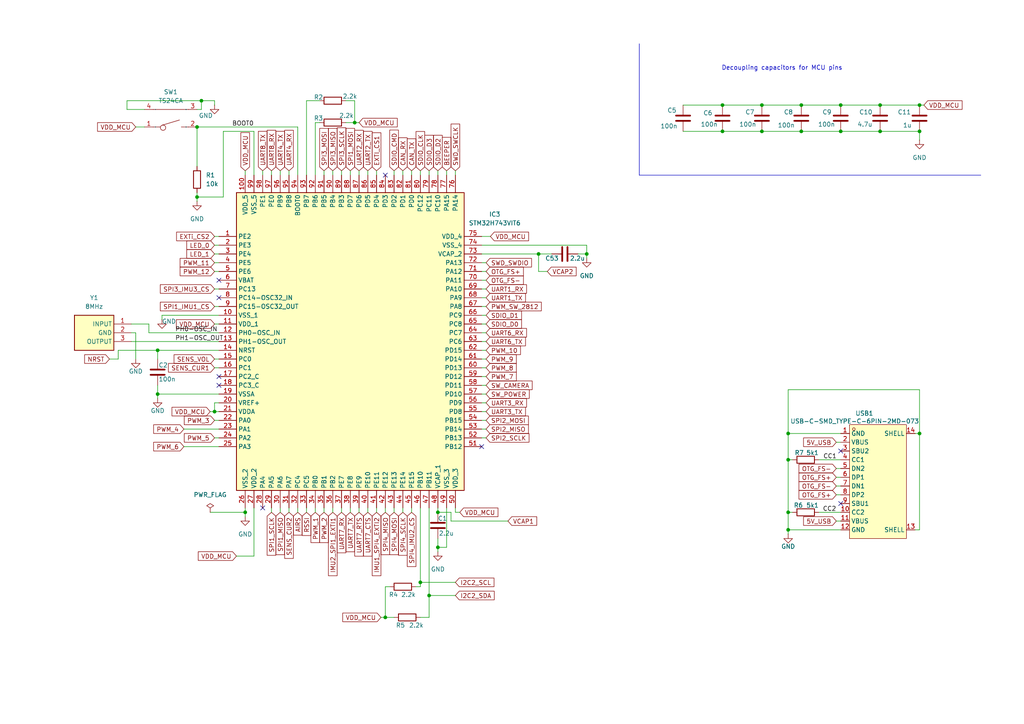
<source format=kicad_sch>
(kicad_sch (version 20250114) (generator "eeschema") (generator_version "9.0")
  (paper "A4")
  (lib_symbols
    (symbol "Device:C" (pin_numbers (hide yes)) (pin_names (offset 0.254))
      (property "Reference" "C" (at 0.635 2.54 0))
      (property "Value" "C" (at 0.635 -2.54 0))
      (symbol "C_0_1"
        (polyline (pts (xy -2.032 0.762) (xy 2.032 0.762)) (stroke (width 0.508)))
        (polyline (pts (xy -2.032 -0.762) (xy 2.032 -0.762)) (stroke (width 0.508)))
      )
      (symbol "C_1_1"
        (pin passive line (at 0 3.81 270) (length 2.794) (name "~") (number "1"))
        (pin passive line (at 0 -3.81 90) (length 2.794) (name "~") (number "2"))
      )
    )
    (symbol "Device:R" (pin_numbers (hide yes)) (pin_names (offset 0))
      (property "Reference" "R" (at 2.032 0 90))
      (property "Value" "R" (at 0 0 90))
      (symbol "R_0_1"
        (rectangle (start -1.016 -2.54) (end 1.016 2.54) (stroke (width 0.254)))
      )
      (symbol "R_1_1"
        (pin passive line (at 0 3.81 270) (length 1.27) (name "~") (number "1"))
        (pin passive line (at 0 -3.81 90) (length 1.27) (name "~") (number "2"))
      )
    )
    (symbol "fclib:CSTNE8M00G55Z000R0"
      (property "Reference" "Y1" (at 12.7 -10.922 0))
      (property "Value" "8MHz" (at 12.7 -8.89 0))
      (symbol "CSTNE8M00G55Z000R0_1_1"
        (rectangle (start 5.08 2.54) (end 16.51 -7.62) (stroke (width 0.254)) (fill (type background)))
        (pin passive line (at 0 0 0) (length 5.08) (name "OUTPUT") (number "3"))
        (pin passive line (at 0 -2.54 0) (length 5.08) (name "GND") (number "2"))
        (pin passive line (at 0 -5.08 0) (length 5.08) (name "INPUT") (number "1"))
      )
    )
    (symbol "fclib:STM32H743VIT6"
      (property "Reference" "IC" (at 72.39 17.78 0))
      (property "Value" "STM32H743VIT6" (at 72.39 15.24 0))
      (symbol "STM32H743VIT6_1_1"
        (rectangle (start 5.08 12.7) (end 71.12 -73.66) (stroke (width 0.254)) (fill (type background)))
        (pin passive line (at 0 0 0) (length 5.08) (name "PE2") (number "1"))
        (pin passive line (at 0 -2.54 0) (length 5.08) (name "PE3") (number "2"))
        (pin passive line (at 0 -5.08 0) (length 5.08) (name "PE4") (number "3"))
        (pin passive line (at 0 -7.62 0) (length 5.08) (name "PE5") (number "4"))
        (pin passive line (at 0 -10.16 0) (length 5.08) (name "PE6") (number "5"))
        (pin passive line (at 0 -12.7 0) (length 5.08) (name "VBAT") (number "6"))
        (pin passive line (at 0 -15.24 0) (length 5.08) (name "PC13") (number "7"))
        (pin passive line (at 0 -17.78 0) (length 5.08) (name "PC14-OSC32_IN") (number "8"))
        (pin passive line (at 0 -20.32 0) (length 5.08) (name "PC15-OSC32_OUT") (number "9"))
        (pin passive line (at 0 -22.86 0) (length 5.08) (name "VSS_1") (number "10"))
        (pin passive line (at 0 -25.4 0) (length 5.08) (name "VDD_1") (number "11"))
        (pin passive line (at 0 -27.94 0) (length 5.08) (name "PH0-OSC_IN") (number "12"))
        (pin passive line (at 0 -30.48 0) (length 5.08) (name "PH1-OSC_OUT") (number "13"))
        (pin passive line (at 0 -33.02 0) (length 5.08) (name "NRST") (number "14"))
        (pin passive line (at 0 -35.56 0) (length 5.08) (name "PC0") (number "15"))
        (pin passive line (at 0 -38.1 0) (length 5.08) (name "PC1") (number "16"))
        (pin passive line (at 0 -40.64 0) (length 5.08) (name "PC2_C") (number "17"))
        (pin passive line (at 0 -43.18 0) (length 5.08) (name "PC3_C") (number "18"))
        (pin passive line (at 0 -45.72 0) (length 5.08) (name "VSSA") (number "19"))
        (pin passive line (at 0 -48.26 0) (length 5.08) (name "VREF+") (number "20"))
        (pin passive line (at 0 -50.8 0) (length 5.08) (name "VDDA") (number "21"))
        (pin passive line (at 0 -53.34 0) (length 5.08) (name "PA0") (number "22"))
        (pin passive line (at 0 -55.88 0) (length 5.08) (name "PA1") (number "23"))
        (pin passive line (at 0 -58.42 0) (length 5.08) (name "PA2") (number "24"))
        (pin passive line (at 0 -60.96 0) (length 5.08) (name "PA3") (number "25"))
        (pin passive line (at 7.62 17.78 270) (length 5.08) (name "VDD_5") (number "100"))
        (pin passive line (at 7.62 -78.74 90) (length 5.08) (name "VSS_2") (number "26"))
        (pin passive line (at 10.16 17.78 270) (length 5.08) (name "VSS_5") (number "99"))
        (pin passive line (at 10.16 -78.74 90) (length 5.08) (name "VDD_2") (number "27"))
        (pin passive line (at 12.7 17.78 270) (length 5.08) (name "PE1") (number "98"))
        (pin passive line (at 12.7 -78.74 90) (length 5.08) (name "PA4") (number "28"))
        (pin passive line (at 15.24 17.78 270) (length 5.08) (name "PE0") (number "97"))
        (pin passive line (at 15.24 -78.74 90) (length 5.08) (name "PA5") (number "29"))
        (pin passive line (at 17.78 17.78 270) (length 5.08) (name "PB9") (number "96"))
        (pin passive line (at 17.78 -78.74 90) (length 5.08) (name "PA6") (number "30"))
        (pin passive line (at 20.32 17.78 270) (length 5.08) (name "PB8") (number "95"))
        (pin passive line (at 20.32 -78.74 90) (length 5.08) (name "PA7") (number "31"))
        (pin passive line (at 22.86 17.78 270) (length 5.08) (name "BOOT0") (number "94"))
        (pin passive line (at 22.86 -78.74 90) (length 5.08) (name "PC4") (number "32"))
        (pin passive line (at 25.4 17.78 270) (length 5.08) (name "PB7") (number "93"))
        (pin passive line (at 25.4 -78.74 90) (length 5.08) (name "PC5") (number "33"))
        (pin passive line (at 27.94 17.78 270) (length 5.08) (name "PB6") (number "92"))
        (pin passive line (at 27.94 -78.74 90) (length 5.08) (name "PB0") (number "34"))
        (pin passive line (at 30.48 17.78 270) (length 5.08) (name "PB5") (number "91"))
        (pin passive line (at 30.48 -78.74 90) (length 5.08) (name "PB1") (number "35"))
        (pin passive line (at 33.02 17.78 270) (length 5.08) (name "PB4") (number "90"))
        (pin passive line (at 33.02 -78.74 90) (length 5.08) (name "PB2") (number "36"))
        (pin passive line (at 35.56 17.78 270) (length 5.08) (name "PB3") (number "89"))
        (pin passive line (at 35.56 -78.74 90) (length 5.08) (name "PE7") (number "37"))
        (pin passive line (at 38.1 17.78 270) (length 5.08) (name "PD7") (number "88"))
        (pin passive line (at 38.1 -78.74 90) (length 5.08) (name "PE8") (number "38"))
        (pin passive line (at 40.64 17.78 270) (length 5.08) (name "PD6") (number "87"))
        (pin passive line (at 40.64 -78.74 90) (length 5.08) (name "PE9") (number "39"))
        (pin passive line (at 43.18 17.78 270) (length 5.08) (name "PD5") (number "86"))
        (pin passive line (at 43.18 -78.74 90) (length 5.08) (name "PE10") (number "40"))
        (pin passive line (at 45.72 17.78 270) (length 5.08) (name "PD4") (number "85"))
        (pin passive line (at 45.72 -78.74 90) (length 5.08) (name "PE11") (number "41"))
        (pin passive line (at 48.26 17.78 270) (length 5.08) (name "PD3") (number "84"))
        (pin passive line (at 48.26 -78.74 90) (length 5.08) (name "PE12") (number "42"))
        (pin passive line (at 50.8 17.78 270) (length 5.08) (name "PD2") (number "83"))
        (pin passive line (at 50.8 -78.74 90) (length 5.08) (name "PE13") (number "43"))
        (pin passive line (at 53.34 17.78 270) (length 5.08) (name "PD1") (number "82"))
        (pin passive line (at 53.34 -78.74 90) (length 5.08) (name "PE14") (number "44"))
        (pin passive line (at 55.88 17.78 270) (length 5.08) (name "PD0") (number "81"))
        (pin passive line (at 55.88 -78.74 90) (length 5.08) (name "PE15") (number "45"))
        (pin passive line (at 58.42 17.78 270) (length 5.08) (name "PC12") (number "80"))
        (pin passive line (at 58.42 -78.74 90) (length 5.08) (name "PB10") (number "46"))
        (pin passive line (at 60.96 17.78 270) (length 5.08) (name "PC11") (number "79"))
        (pin passive line (at 60.96 -78.74 90) (length 5.08) (name "PB11") (number "47"))
        (pin passive line (at 63.5 17.78 270) (length 5.08) (name "PC10") (number "78"))
        (pin passive line (at 63.5 -78.74 90) (length 5.08) (name "VCAP_1") (number "48"))
        (pin passive line (at 66.04 17.78 270) (length 5.08) (name "PA15") (number "77"))
        (pin passive line (at 66.04 -78.74 90) (length 5.08) (name "VSS_3") (number "49"))
        (pin passive line (at 68.58 17.78 270) (length 5.08) (name "PA14") (number "76"))
        (pin passive line (at 68.58 -78.74 90) (length 5.08) (name "VDD_3") (number "50"))
        (pin passive line (at 76.2 0 180) (length 5.08) (name "VDD_4") (number "75"))
        (pin passive line (at 76.2 -2.54 180) (length 5.08) (name "VSS_4") (number "74"))
        (pin passive line (at 76.2 -5.08 180) (length 5.08) (name "VCAP_2") (number "73"))
        (pin passive line (at 76.2 -7.62 180) (length 5.08) (name "PA13") (number "72"))
        (pin passive line (at 76.2 -10.16 180) (length 5.08) (name "PA12") (number "71"))
        (pin passive line (at 76.2 -12.7 180) (length 5.08) (name "PA11") (number "70"))
        (pin passive line (at 76.2 -15.24 180) (length 5.08) (name "PA10") (number "69"))
        (pin passive line (at 76.2 -17.78 180) (length 5.08) (name "PA9") (number "68"))
        (pin passive line (at 76.2 -20.32 180) (length 5.08) (name "PA8") (number "67"))
        (pin passive line (at 76.2 -22.86 180) (length 5.08) (name "PC9") (number "66"))
        (pin passive line (at 76.2 -25.4 180) (length 5.08) (name "PC8") (number "65"))
        (pin passive line (at 76.2 -27.94 180) (length 5.08) (name "PC7") (number "64"))
        (pin passive line (at 76.2 -30.48 180) (length 5.08) (name "PC6") (number "63"))
        (pin passive line (at 76.2 -33.02 180) (length 5.08) (name "PD15") (number "62"))
        (pin passive line (at 76.2 -35.56 180) (length 5.08) (name "PD14") (number "61"))
        (pin passive line (at 76.2 -38.1 180) (length 5.08) (name "PD13") (number "60"))
        (pin passive line (at 76.2 -40.64 180) (length 5.08) (name "PD12") (number "59"))
        (pin passive line (at 76.2 -43.18 180) (length 5.08) (name "PD11") (number "58"))
        (pin passive line (at 76.2 -45.72 180) (length 5.08) (name "PD10") (number "57"))
        (pin passive line (at 76.2 -48.26 180) (length 5.08) (name "PD9") (number "56"))
        (pin passive line (at 76.2 -50.8 180) (length 5.08) (name "PD8") (number "55"))
        (pin passive line (at 76.2 -53.34 180) (length 5.08) (name "PB15") (number "54"))
        (pin passive line (at 76.2 -55.88 180) (length 5.08) (name "PB14") (number "53"))
        (pin passive line (at 76.2 -58.42 180) (length 5.08) (name "PB13") (number "52"))
        (pin passive line (at 76.2 -60.96 180) (length 5.08) (name "PB12") (number "51"))
      )
    )
    (symbol "fclib:TS24CA"
      (property "Reference" "SW1" (at 0.254 6.35 0))
      (property "Value" "TS24CA" (at -1.016 -4.572 0))
      (symbol "TS24CA_0_1"
        (circle (center -2.2352 -2.7432) (radius 0.762))
      )
      (symbol "TS24CA_1_0"
        (polyline (pts (xy -5.08 2.54) (xy 5.08 2.54)))
        (polyline (pts (xy -3.048 -2.54) (xy -5.08 -2.54)))
        (polyline (pts (xy -2.54 -2.032) (xy 2.54 -0.508) (xy 2.54 -0.508) (xy 2.54 -0.508)))
        (polyline (pts (xy 3.048 -2.54) (xy 5.08 -2.54)))
        (pin passive line (at -7.62 2.54 0) (length 2.54) (name "4") (number "4"))
        (pin passive line (at -7.62 -2.54 0) (length 2.54) (name "1") (number "1"))
        (pin passive line (at 7.62 2.54 180) (length 2.54) (name "3") (number "3"))
        (pin passive line (at 7.62 -2.54 180) (length 2.54) (name "2") (number "2"))
      )
    )
    (symbol "fclib:TYPE-C 16PIN 2MD(073)"
      (property "Reference" "USB" (at 0 0 0))
      (symbol "TYPE-C 16PIN 2MD(073)_1_0"
        (rectangle (start -8.89 16.51) (end 7.62 -16.51) (fill (type color) (color 255 255 194 1)))
        (circle (center -7.62 15.24) (radius 0.381))
        (pin passive line (at -11.43 13.97 0) (length 2.54) (name "GND") (number "1"))
        (pin bidirectional line (at -11.43 11.43 0) (length 2.54) (name "VBUS") (number "2"))
        (pin bidirectional line (at -11.43 8.89 0) (length 2.54) (name "SBU2") (number "3"))
        (pin bidirectional line (at -11.43 6.35 0) (length 2.54) (name "CC1") (number "4"))
        (pin bidirectional line (at -11.43 3.81 0) (length 2.54) (name "DN2") (number "5"))
        (pin bidirectional line (at -11.43 1.27 0) (length 2.54) (name "DP1") (number "6"))
        (pin bidirectional line (at -11.43 -1.27 0) (length 2.54) (name "DN1") (number "7"))
        (pin bidirectional line (at -11.43 -3.81 0) (length 2.54) (name "DP2") (number "8"))
        (pin bidirectional line (at -11.43 -6.35 0) (length 2.54) (name "SBU1") (number "9"))
        (pin bidirectional line (at -11.43 -8.89 0) (length 2.54) (name "CC2") (number "10"))
        (pin bidirectional line (at -11.43 -11.43 0) (length 2.54) (name "VBUS") (number "11"))
        (pin passive line (at -11.43 -13.97 0) (length 2.54) (name "GND") (number "12"))
        (pin passive line (at 10.16 13.97 180) (length 2.54) (name "SHELL") (number "14"))
        (pin passive line (at 10.16 -13.97 180) (length 2.54) (name "SHELL") (number "13"))
      )
    )
    (symbol "power:GND" (power) (pin_numbers (hide yes)) (pin_names (offset 0) (hide yes))
      (property "Value" "GND" (at 0 -3.81 0))
      (symbol "GND_0_1"
        (polyline (pts (xy 0 0) (xy 0 -1.27) (xy 1.27 -1.27) (xy 0 -2.54) (xy -1.27 -1.27) (xy 0 -1.27)))
      )
      (symbol "GND_1_1"
        (pin power_in line (at 0 0 270) (length 0) (name "~") (number "1"))
      )
    )
    (symbol "power:PWR_FLAG" (power) (pin_numbers (hide yes)) (pin_names (offset 0) (hide yes))
      (property "Value" "PWR_FLAG" (at 0 3.81 0))
      (symbol "PWR_FLAG_0_0"
        (pin power_out line (at 0 0 90) (length 0) (name "~") (number "1"))
      )
      (symbol "PWR_FLAG_0_1"
        (polyline (pts (xy 0 0) (xy 0 1.27) (xy -1.016 1.905) (xy 0 2.54) (xy 1.016 1.905) (xy 0 1.27)))
      )
    )
  )
  (text "Decoupling capacitors for MCU pins" (at 226.822 19.812 0) (effects (font (size 1.27 1.27))))
  (junction (at 71.12 148.59))
  (junction (at 127 148.59))
  (junction (at 209.55 30.48))
  (junction (at 124.46 172.72))
  (junction (at 232.41 30.48))
  (junction (at 228.6 153.67))
  (junction (at 228.6 148.59))
  (junction (at 57.15 36.83))
  (junction (at 255.27 30.48))
  (junction (at 220.98 38.1))
  (junction (at 156.21 73.66))
  (junction (at 58.42 29.21))
  (junction (at 121.92 168.91))
  (junction (at 62.23 119.38))
  (junction (at 266.7 125.73))
  (junction (at 266.7 30.48))
  (junction (at 232.41 38.1))
  (junction (at 266.7 38.1))
  (junction (at 243.84 30.48))
  (junction (at 228.6 125.73))
  (junction (at 243.84 38.1))
  (junction (at 220.98 30.48))
  (junction (at 127 158.75))
  (junction (at 228.6 133.35))
  (junction (at 209.55 38.1))
  (junction (at 57.15 57.15))
  (junction (at 45.72 114.3))
  (junction (at 255.27 38.1))
  (junction (at 170.18 73.66))
  (junction (at 102.87 35.56))
  (junction (at 45.72 101.6))
  (junction (at 111.76 179.07))
  (no_connect (at 243.84 146.05))
  (no_connect (at 63.5 111.76))
  (no_connect (at 76.2 147.32))
  (no_connect (at 139.7 129.54))
  (no_connect (at 111.76 50.8))
  (no_connect (at 63.5 81.28))
  (no_connect (at 63.5 109.22))
  (no_connect (at 63.5 86.36))
  (no_connect (at 243.84 130.81))
  (wire (pts (xy 111.76 170.18) (xy 113.03 170.18)))
  (wire (pts (xy 62.23 30.48) (xy 62.23 29.21)))
  (wire (pts (xy 242.57 151.13) (xy 243.84 151.13)))
  (wire (pts (xy 39.37 96.52) (xy 38.1 96.52)))
  (wire (pts (xy 62.23 68.58) (xy 63.5 68.58)))
  (wire (pts (xy 102.87 29.21) (xy 102.87 35.56)))
  (wire (pts (xy 237.49 133.35) (xy 243.84 133.35)))
  (wire (pts (xy 170.18 73.66) (xy 170.18 74.93)))
  (wire (pts (xy 114.3 49.53) (xy 114.3 50.8)))
  (wire (pts (xy 198.12 38.1) (xy 209.55 38.1)))
  (wire (pts (xy 114.3 147.32) (xy 114.3 148.59)))
  (wire (pts (xy 156.21 78.74) (xy 156.21 73.66)))
  (wire (pts (xy 158.75 78.74) (xy 156.21 78.74)))
  (wire (pts (xy 60.96 119.38) (xy 62.23 119.38)))
  (wire (pts (xy 102.87 35.56) (xy 104.14 35.56)))
  (wire (pts (xy 139.7 106.68) (xy 140.97 106.68)))
  (wire (pts (xy 127 147.32) (xy 127 148.59)))
  (wire (pts (xy 127 156.21) (xy 127 158.75)))
  (wire (pts (xy 232.41 30.48) (xy 243.84 30.48)))
  (wire (pts (xy 132.08 147.32) (xy 132.08 148.59)))
  (wire (pts (xy 81.28 147.32) (xy 81.28 148.59)))
  (wire (pts (xy 139.7 88.9) (xy 140.97 88.9)))
  (wire (pts (xy 255.27 30.48) (xy 266.7 30.48)))
  (wire (pts (xy 121.92 168.91) (xy 121.92 170.18)))
  (wire (pts (xy 46.99 91.44) (xy 63.5 91.44)))
  (wire (pts (xy 139.7 71.12) (xy 170.18 71.12)))
  (wire (pts (xy 111.76 147.32) (xy 111.76 148.59)))
  (wire (pts (xy 104.14 147.32) (xy 104.14 148.59)))
  (wire (pts (xy 45.72 104.14) (xy 45.72 101.6)))
  (wire (pts (xy 147.32 151.13) (xy 130.81 151.13)))
  (wire (pts (xy 228.6 133.35) (xy 228.6 148.59)))
  (wire (pts (xy 266.7 113.03) (xy 228.6 113.03)))
  (wire (pts (xy 266.7 153.67) (xy 265.43 153.67)))
  (wire (pts (xy 266.7 125.73) (xy 266.7 153.67)))
  (wire (pts (xy 64.77 38.1) (xy 64.77 57.15)))
  (wire (pts (xy 242.57 138.43) (xy 243.84 138.43)))
  (wire (pts (xy 139.7 73.66) (xy 156.21 73.66)))
  (wire (pts (xy 220.98 38.1) (xy 232.41 38.1)))
  (wire (pts (xy 63.5 121.92) (xy 62.23 121.92)))
  (wire (pts (xy 91.44 35.56) (xy 91.44 50.8)))
  (wire (pts (xy 62.23 104.14) (xy 63.5 104.14)))
  (wire (pts (xy 139.7 119.38) (xy 140.97 119.38)))
  (wire (pts (xy 266.7 113.03) (xy 266.7 125.73)))
  (wire (pts (xy 71.12 148.59) (xy 71.12 149.86)))
  (wire (pts (xy 58.42 31.75) (xy 58.42 29.21)))
  (wire (pts (xy 45.72 111.76) (xy 45.72 114.3)))
  (wire (pts (xy 46.99 91.44) (xy 46.99 92.71)))
  (wire (pts (xy 124.46 49.53) (xy 124.46 50.8)))
  (wire (pts (xy 62.23 106.68) (xy 63.5 106.68)))
  (wire (pts (xy 209.55 30.48) (xy 220.98 30.48)))
  (wire (pts (xy 139.7 104.14) (xy 140.97 104.14)))
  (wire (pts (xy 63.5 116.84) (xy 62.23 116.84)))
  (wire (pts (xy 139.7 116.84) (xy 140.97 116.84)))
  (wire (pts (xy 129.54 49.53) (xy 129.54 50.8)))
  (wire (pts (xy 100.33 29.21) (xy 102.87 29.21)))
  (wire (pts (xy 88.9 147.32) (xy 88.9 148.59)))
  (wire (pts (xy 57.15 36.83) (xy 57.15 48.26)))
  (wire (pts (xy 101.6 147.32) (xy 101.6 148.59)))
  (wire (pts (xy 36.83 29.21) (xy 36.83 31.75)))
  (wire (pts (xy 139.7 121.92) (xy 140.97 121.92)))
  (wire (pts (xy 99.06 49.53) (xy 99.06 50.8)))
  (wire (pts (xy 64.77 57.15) (xy 57.15 57.15)))
  (wire (pts (xy 139.7 78.74) (xy 140.97 78.74)))
  (wire (pts (xy 34.29 101.6) (xy 45.72 101.6)))
  (wire (pts (xy 101.6 49.53) (xy 101.6 50.8)))
  (wire (pts (xy 38.1 93.98) (xy 43.18 93.98)))
  (wire (pts (xy 139.7 99.06) (xy 140.97 99.06)))
  (wire (pts (xy 83.82 49.53) (xy 83.82 50.8)))
  (wire (pts (xy 130.81 148.59) (xy 127 148.59)))
  (wire (pts (xy 110.49 179.07) (xy 111.76 179.07)))
  (wire (pts (xy 63.5 124.46) (xy 53.34 124.46)))
  (wire (pts (xy 63.5 129.54) (xy 53.34 129.54)))
  (wire (pts (xy 73.66 38.1) (xy 73.66 50.8)))
  (wire (pts (xy 243.84 153.67) (xy 228.6 153.67)))
  (wire (pts (xy 139.7 81.28) (xy 140.97 81.28)))
  (wire (pts (xy 76.2 49.53) (xy 76.2 50.8)))
  (wire (pts (xy 127 49.53) (xy 127 50.8)))
  (wire (pts (xy 60.96 148.59) (xy 71.12 148.59)))
  (wire (pts (xy 78.74 147.32) (xy 78.74 148.59)))
  (wire (pts (xy 228.6 113.03) (xy 228.6 125.73)))
  (wire (pts (xy 228.6 148.59) (xy 228.6 153.67)))
  (wire (pts (xy 242.57 128.27) (xy 243.84 128.27)))
  (wire (pts (xy 228.6 125.73) (xy 243.84 125.73)))
  (wire (pts (xy 63.5 127) (xy 62.23 127)))
  (wire (pts (xy 242.57 135.89) (xy 243.84 135.89)))
  (wire (pts (xy 228.6 148.59) (xy 229.87 148.59)))
  (wire (pts (xy 73.66 38.1) (xy 64.77 38.1)))
  (wire (pts (xy 57.15 57.15) (xy 57.15 58.42)))
  (wire (pts (xy 62.23 76.2) (xy 63.5 76.2)))
  (wire (pts (xy 139.7 83.82) (xy 140.97 83.82)))
  (wire (pts (xy 116.84 49.53) (xy 116.84 50.8)))
  (wire (pts (xy 121.92 168.91) (xy 132.08 168.91)))
  (wire (pts (xy 100.33 35.56) (xy 102.87 35.56)))
  (wire (pts (xy 62.23 73.66) (xy 63.5 73.66)))
  (wire (pts (xy 36.83 29.21) (xy 58.42 29.21)))
  (wire (pts (xy 93.98 147.32) (xy 93.98 148.59)))
  (wire (pts (xy 86.36 36.83) (xy 57.15 36.83)))
  (wire (pts (xy 121.92 147.32) (xy 121.92 168.91)))
  (wire (pts (xy 92.71 35.56) (xy 91.44 35.56)))
  (wire (pts (xy 109.22 147.32) (xy 109.22 148.59)))
  (wire (pts (xy 88.9 50.8) (xy 88.9 29.21)))
  (wire (pts (xy 124.46 179.07) (xy 121.92 179.07)))
  (wire (pts (xy 99.06 147.32) (xy 99.06 148.59)))
  (wire (pts (xy 62.23 29.21) (xy 58.42 29.21)))
  (wire (pts (xy 170.18 71.12) (xy 170.18 73.66)))
  (wire (pts (xy 130.81 151.13) (xy 130.81 148.59)))
  (wire (pts (xy 242.57 140.97) (xy 243.84 140.97)))
  (wire (pts (xy 62.23 88.9) (xy 63.5 88.9)))
  (wire (pts (xy 228.6 125.73) (xy 228.6 133.35)))
  (wire (pts (xy 127 158.75) (xy 129.54 158.75)))
  (wire (pts (xy 124.46 172.72) (xy 132.08 172.72)))
  (wire (pts (xy 109.22 49.53) (xy 109.22 50.8)))
  (wire (pts (xy 62.23 83.82) (xy 63.5 83.82)))
  (wire (pts (xy 266.7 38.1) (xy 255.27 38.1)))
  (wire (pts (xy 45.72 114.3) (xy 45.72 115.57)))
  (wire (pts (xy 119.38 147.32) (xy 119.38 148.59)))
  (wire (pts (xy 43.18 93.98) (xy 43.18 96.52)))
  (wire (pts (xy 62.23 78.74) (xy 63.5 78.74)))
  (wire (pts (xy 68.58 161.29) (xy 73.66 161.29)))
  (wire (pts (xy 91.44 147.32) (xy 91.44 148.59)))
  (wire (pts (xy 120.65 170.18) (xy 121.92 170.18)))
  (polyline (pts (xy 185.42 12.7) (xy 185.42 50.8)))
  (wire (pts (xy 139.7 114.3) (xy 140.97 114.3)))
  (wire (pts (xy 119.38 49.53) (xy 119.38 50.8)))
  (wire (pts (xy 96.52 147.32) (xy 96.52 148.59)))
  (wire (pts (xy 232.41 38.1) (xy 243.84 38.1)))
  (wire (pts (xy 139.7 86.36) (xy 140.97 86.36)))
  (wire (pts (xy 93.98 49.53) (xy 93.98 50.8)))
  (wire (pts (xy 83.82 147.32) (xy 83.82 148.59)))
  (wire (pts (xy 71.12 49.53) (xy 71.12 50.8)))
  (wire (pts (xy 62.23 119.38) (xy 63.5 119.38)))
  (wire (pts (xy 45.72 101.6) (xy 63.5 101.6)))
  (wire (pts (xy 228.6 133.35) (xy 229.87 133.35)))
  (wire (pts (xy 167.64 73.66) (xy 170.18 73.66)))
  (wire (pts (xy 62.23 116.84) (xy 62.23 119.38)))
  (wire (pts (xy 96.52 49.53) (xy 96.52 50.8)))
  (wire (pts (xy 81.28 49.53) (xy 81.28 50.8)))
  (wire (pts (xy 139.7 124.46) (xy 140.97 124.46)))
  (wire (pts (xy 116.84 147.32) (xy 116.84 148.59)))
  (wire (pts (xy 86.36 147.32) (xy 86.36 148.59)))
  (wire (pts (xy 124.46 172.72) (xy 124.46 179.07)))
  (wire (pts (xy 266.7 30.48) (xy 267.97 30.48)))
  (wire (pts (xy 265.43 125.73) (xy 266.7 125.73)))
  (wire (pts (xy 38.1 99.06) (xy 63.5 99.06)))
  (wire (pts (xy 57.15 55.88) (xy 57.15 57.15)))
  (wire (pts (xy 106.68 147.32) (xy 106.68 148.59)))
  (wire (pts (xy 139.7 68.58) (xy 142.24 68.58)))
  (wire (pts (xy 88.9 29.21) (xy 92.71 29.21)))
  (wire (pts (xy 237.49 148.59) (xy 243.84 148.59)))
  (wire (pts (xy 106.68 49.53) (xy 106.68 50.8)))
  (wire (pts (xy 139.7 93.98) (xy 140.97 93.98)))
  (wire (pts (xy 36.83 31.75) (xy 41.91 31.75)))
  (wire (pts (xy 139.7 101.6) (xy 140.97 101.6)))
  (wire (pts (xy 220.98 30.48) (xy 232.41 30.48)))
  (wire (pts (xy 156.21 73.66) (xy 160.02 73.66)))
  (wire (pts (xy 73.66 147.32) (xy 73.66 161.29)))
  (wire (pts (xy 139.7 91.44) (xy 140.97 91.44)))
  (wire (pts (xy 139.7 111.76) (xy 140.97 111.76)))
  (wire (pts (xy 132.08 49.53) (xy 132.08 50.8)))
  (wire (pts (xy 124.46 147.32) (xy 124.46 172.72)))
  (wire (pts (xy 31.75 104.14) (xy 34.29 104.14)))
  (wire (pts (xy 104.14 49.53) (xy 104.14 50.8)))
  (wire (pts (xy 86.36 50.8) (xy 86.36 36.83)))
  (wire (pts (xy 139.7 109.22) (xy 140.97 109.22)))
  (wire (pts (xy 243.84 30.48) (xy 255.27 30.48)))
  (wire (pts (xy 139.7 127) (xy 140.97 127)))
  (wire (pts (xy 78.74 49.53) (xy 78.74 50.8)))
  (wire (pts (xy 62.23 71.12) (xy 63.5 71.12)))
  (wire (pts (xy 111.76 179.07) (xy 111.76 170.18)))
  (wire (pts (xy 45.72 114.3) (xy 63.5 114.3)))
  (wire (pts (xy 114.3 179.07) (xy 111.76 179.07)))
  (wire (pts (xy 34.29 104.14) (xy 34.29 101.6)))
  (wire (pts (xy 62.23 93.98) (xy 63.5 93.98)))
  (wire (pts (xy 266.7 40.64) (xy 266.7 38.1)))
  (wire (pts (xy 121.92 49.53) (xy 121.92 50.8)))
  (wire (pts (xy 39.37 36.83) (xy 41.91 36.83)))
  (wire (pts (xy 228.6 153.67) (xy 228.6 154.94)))
  (wire (pts (xy 127 158.75) (xy 127 160.02)))
  (wire (pts (xy 243.84 38.1) (xy 255.27 38.1)))
  (polyline (pts (xy 284.48 50.8) (xy 185.42 50.8)))
  (wire (pts (xy 139.7 76.2) (xy 140.97 76.2)))
  (wire (pts (xy 57.15 31.75) (xy 58.42 31.75)))
  (wire (pts (xy 139.7 96.52) (xy 140.97 96.52)))
  (wire (pts (xy 209.55 38.1) (xy 220.98 38.1)))
  (wire (pts (xy 198.12 30.48) (xy 209.55 30.48)))
  (wire (pts (xy 71.12 147.32) (xy 71.12 148.59)))
  (wire (pts (xy 132.08 148.59) (xy 133.35 148.59)))
  (wire (pts (xy 39.37 96.52) (xy 39.37 104.14)))
  (wire (pts (xy 129.54 147.32) (xy 129.54 158.75)))
  (wire (pts (xy 242.57 143.51) (xy 243.84 143.51)))
  (wire (pts (xy 43.18 96.52) (xy 63.5 96.52)))
  (label "CC2" (at 242.57 148.59 180))
  (label "CC1" (at 238.76 133.35 0))
  (label "PH0-OSC_IN" (at 50.8 96.52 0))
  (label "BOOT0" (at 67.31 36.83 0))
  (label "PH1-OSC_OUT" (at 50.8 99.06 0))
  (global_label "SPI2_MOSI" (shape input) (at 140.97 121.92 0) (property "Intersheetrefs" "${INTERSHEET_REFS}" (effects (hide yes))))
  (global_label "CAN_TX" (shape input) (at 119.38 49.53 90) (property "Intersheetrefs" "${INTERSHEET_REFS}" (effects (hide yes))))
  (global_label "SDIO_CLK" (shape input) (at 121.92 49.53 90) (property "Intersheetrefs" "${INTERSHEET_REFS}" (effects (hide yes))))
  (global_label "UART7_RTS" (shape input) (at 104.14 148.59 270) (property "Intersheetrefs" "${INTERSHEET_REFS}" (effects (hide yes))))
  (global_label "UART8_RX" (shape input) (at 78.74 49.53 90) (property "Intersheetrefs" "${INTERSHEET_REFS}" (effects (hide yes))))
  (global_label "OTG_FS-" (shape input) (at 242.57 140.97 180) (property "Intersheetrefs" "${INTERSHEET_REFS}" (effects (hide yes))))
  (global_label "5V_USB" (shape input) (at 242.57 128.27 180) (property "Intersheetrefs" "${INTERSHEET_REFS}" (effects (hide yes))))
  (global_label "SDIO_CMD" (shape input) (at 114.3 49.53 90) (property "Intersheetrefs" "${INTERSHEET_REFS}" (effects (hide yes))))
  (global_label "PWM_SW_2812" (shape input) (at 140.97 88.9 0) (property "Intersheetrefs" "${INTERSHEET_REFS}" (effects (hide yes))))
  (global_label "UART1_TX" (shape input) (at 140.97 86.36 0) (property "Intersheetrefs" "${INTERSHEET_REFS}" (effects (hide yes))))
  (global_label "PWM_2" (shape input) (at 93.98 148.59 270) (property "Intersheetrefs" "${INTERSHEET_REFS}" (effects (hide yes))))
  (global_label "AIRS" (shape input) (at 86.36 148.59 270) (property "Intersheetrefs" "${INTERSHEET_REFS}" (effects (hide yes))))
  (global_label "SDIO_D3" (shape input) (at 124.46 49.53 90) (property "Intersheetrefs" "${INTERSHEET_REFS}" (effects (hide yes))))
  (global_label "PWM_5" (shape input) (at 62.23 127 180) (property "Intersheetrefs" "${INTERSHEET_REFS}" (effects (hide yes))))
  (global_label "OTG_FS-" (shape input) (at 242.57 135.89 180) (property "Intersheetrefs" "${INTERSHEET_REFS}" (effects (hide yes))))
  (global_label "IMU1_SPI4_EXTI2" (shape input) (at 109.22 148.59 270) (property "Intersheetrefs" "${INTERSHEET_REFS}" (effects (hide yes))))
  (global_label "SDIO_D0" (shape input) (at 140.97 93.98 0) (property "Intersheetrefs" "${INTERSHEET_REFS}" (effects (hide yes))))
  (global_label "SPI2_MISO" (shape input) (at 140.97 124.46 0) (property "Intersheetrefs" "${INTERSHEET_REFS}" (effects (hide yes))))
  (global_label "LED_1" (shape input) (at 62.23 73.66 180) (property "Intersheetrefs" "${INTERSHEET_REFS}" (effects (hide yes))))
  (global_label "VDD_MCU" (shape input) (at 133.35 148.59 0) (property "Intersheetrefs" "${INTERSHEET_REFS}" (effects (hide yes))))
  (global_label "RSSI" (shape input) (at 88.9 148.59 270) (property "Intersheetrefs" "${INTERSHEET_REFS}" (effects (hide yes))))
  (global_label "UART1_RX" (shape input) (at 140.97 83.82 0) (property "Intersheetrefs" "${INTERSHEET_REFS}" (effects (hide yes))))
  (global_label "IMU2_SPI1_EXTI1" (shape input) (at 96.52 148.59 270) (property "Intersheetrefs" "${INTERSHEET_REFS}" (effects (hide yes))))
  (global_label "NRST" (shape input) (at 31.75 104.14 180) (property "Intersheetrefs" "${INTERSHEET_REFS}" (effects (hide yes))))
  (global_label "OTG_FS+" (shape input) (at 242.57 138.43 180) (property "Intersheetrefs" "${INTERSHEET_REFS}" (effects (hide yes))))
  (global_label "SPI1_MISO" (shape input) (at 81.28 148.59 270) (property "Intersheetrefs" "${INTERSHEET_REFS}" (effects (hide yes))))
  (global_label "SWD_SWCLK" (shape input) (at 132.08 49.53 90) (property "Intersheetrefs" "${INTERSHEET_REFS}" (effects (hide yes))))
  (global_label "I2C2_SDA" (shape input) (at 132.08 172.72 0) (property "Intersheetrefs" "${INTERSHEET_REFS}" (effects (hide yes))))
  (global_label "PWM_7" (shape input) (at 140.97 109.22 0) (property "Intersheetrefs" "${INTERSHEET_REFS}" (effects (hide yes))))
  (global_label "PWM_8" (shape input) (at 140.97 106.68 0) (property "Intersheetrefs" "${INTERSHEET_REFS}" (effects (hide yes))))
  (global_label "SPI3_IMU3_CS" (shape input) (at 62.23 83.82 180) (property "Intersheetrefs" "${INTERSHEET_REFS}" (effects (hide yes))))
  (global_label "UART6_TX" (shape input) (at 140.97 99.06 0) (property "Intersheetrefs" "${INTERSHEET_REFS}" (effects (hide yes))))
  (global_label "UART8_TX" (shape input) (at 76.2 49.53 90) (property "Intersheetrefs" "${INTERSHEET_REFS}" (effects (hide yes))))
  (global_label "EXTi_CS2" (shape input) (at 62.23 68.58 180) (property "Intersheetrefs" "${INTERSHEET_REFS}" (effects (hide yes))))
  (global_label "UART7_CTS" (shape input) (at 106.68 148.59 270) (property "Intersheetrefs" "${INTERSHEET_REFS}" (effects (hide yes))))
  (global_label "VDD_MCU" (shape input) (at 39.37 36.83 180) (property "Intersheetrefs" "${INTERSHEET_REFS}" (effects (hide yes))))
  (global_label "UART4_RX" (shape input) (at 83.82 49.53 90) (property "Intersheetrefs" "${INTERSHEET_REFS}" (effects (hide yes))))
  (global_label "UART4_TX" (shape input) (at 81.28 49.53 90) (property "Intersheetrefs" "${INTERSHEET_REFS}" (effects (hide yes))))
  (global_label "PWM_10" (shape input) (at 140.97 101.6 0) (property "Intersheetrefs" "${INTERSHEET_REFS}" (effects (hide yes))))
  (global_label "SPI3_MISO" (shape input) (at 96.52 49.53 90) (property "Intersheetrefs" "${INTERSHEET_REFS}" (effects (hide yes))))
  (global_label "SDIO_D2" (shape input) (at 127 49.53 90) (property "Intersheetrefs" "${INTERSHEET_REFS}" (effects (hide yes))))
  (global_label "LED_0" (shape input) (at 62.23 71.12 180) (property "Intersheetrefs" "${INTERSHEET_REFS}" (effects (hide yes))))
  (global_label "VCAP2" (shape input) (at 158.75 78.74 0) (property "Intersheetrefs" "${INTERSHEET_REFS}" (effects (hide yes))))
  (global_label "SPI2_SCLK" (shape input) (at 140.97 127 0) (property "Intersheetrefs" "${INTERSHEET_REFS}" (effects (hide yes))))
  (global_label "SPI4_SCLK" (shape input) (at 116.84 148.59 270) (property "Intersheetrefs" "${INTERSHEET_REFS}" (effects (hide yes))))
  (global_label "SPI1_IMU1_CS" (shape input) (at 62.23 88.9 180) (property "Intersheetrefs" "${INTERSHEET_REFS}" (effects (hide yes))))
  (global_label "SWD_SWDIO" (shape input) (at 140.97 76.2 0) (property "Intersheetrefs" "${INTERSHEET_REFS}" (effects (hide yes))))
  (global_label "PWM_4" (shape input) (at 53.34 124.46 180) (property "Intersheetrefs" "${INTERSHEET_REFS}" (effects (hide yes))))
  (global_label "UART2_RX" (shape input) (at 104.14 49.53 90) (property "Intersheetrefs" "${INTERSHEET_REFS}" (effects (hide yes))))
  (global_label "SDIO_D1" (shape input) (at 140.97 91.44 0) (property "Intersheetrefs" "${INTERSHEET_REFS}" (effects (hide yes))))
  (global_label "OTG_FS+" (shape input) (at 242.57 143.51 180) (property "Intersheetrefs" "${INTERSHEET_REFS}" (effects (hide yes))))
  (global_label "5V_USB" (shape input) (at 242.57 151.13 180) (property "Intersheetrefs" "${INTERSHEET_REFS}" (effects (hide yes))))
  (global_label "OTG_FS-" (shape input) (at 140.97 81.28 0) (property "Intersheetrefs" "${INTERSHEET_REFS}" (effects (hide yes))))
  (global_label "SPI3_SCLK" (shape input) (at 99.06 49.53 90) (property "Intersheetrefs" "${INTERSHEET_REFS}" (effects (hide yes))))
  (global_label "VDD_MCU" (shape input) (at 68.58 161.29 180) (property "Intersheetrefs" "${INTERSHEET_REFS}" (effects (hide yes))))
  (global_label "VCAP1" (shape input) (at 147.32 151.13 0) (property "Intersheetrefs" "${INTERSHEET_REFS}" (effects (hide yes))))
  (global_label "SPI1_MOSI" (shape input) (at 101.6 49.53 90) (property "Intersheetrefs" "${INTERSHEET_REFS}" (effects (hide yes))))
  (global_label "VDD_MCU" (shape input) (at 142.24 68.58 0) (property "Intersheetrefs" "${INTERSHEET_REFS}" (effects (hide yes))))
  (global_label "VDD_MCU" (shape input) (at 110.49 179.07 180) (property "Intersheetrefs" "${INTERSHEET_REFS}" (effects (hide yes))))
  (global_label "SENS_VOL" (shape input) (at 62.23 104.14 180) (property "Intersheetrefs" "${INTERSHEET_REFS}" (effects (hide yes))))
  (global_label "SENS_CUR1" (shape input) (at 62.23 106.68 180) (property "Intersheetrefs" "${INTERSHEET_REFS}" (effects (hide yes))))
  (global_label "VDD_MCU" (shape input) (at 267.97 30.48 0) (property "Intersheetrefs" "${INTERSHEET_REFS}" (effects (hide yes))))
  (global_label "SPI4_IMU2_CS" (shape input) (at 119.38 148.59 270) (property "Intersheetrefs" "${INTERSHEET_REFS}" (effects (hide yes))))
  (global_label "SPI4_MOSI" (shape input) (at 114.3 148.59 270) (property "Intersheetrefs" "${INTERSHEET_REFS}" (effects (hide yes))))
  (global_label "SENS_CUR2" (shape input) (at 83.82 148.59 270) (property "Intersheetrefs" "${INTERSHEET_REFS}" (effects (hide yes))))
  (global_label "UART3_TX" (shape input) (at 140.97 119.38 0) (property "Intersheetrefs" "${INTERSHEET_REFS}" (effects (hide yes))))
  (global_label "VDD_MCU" (shape input) (at 62.23 93.98 180) (property "Intersheetrefs" "${INTERSHEET_REFS}" (effects (hide yes))))
  (global_label "VDD_MCU" (shape input) (at 104.14 35.56 0) (property "Intersheetrefs" "${INTERSHEET_REFS}" (effects (hide yes))))
  (global_label "EXTI_CS1" (shape input) (at 109.22 49.53 90) (property "Intersheetrefs" "${INTERSHEET_REFS}" (effects (hide yes))))
  (global_label "PWM_1" (shape input) (at 91.44 148.59 270) (property "Intersheetrefs" "${INTERSHEET_REFS}" (effects (hide yes))))
  (global_label "PWM_9" (shape input) (at 140.97 104.14 0) (property "Intersheetrefs" "${INTERSHEET_REFS}" (effects (hide yes))))
  (global_label "PWM_12" (shape input) (at 62.23 78.74 180) (property "Intersheetrefs" "${INTERSHEET_REFS}" (effects (hide yes))))
  (global_label "PWM_6" (shape input) (at 53.34 129.54 180) (property "Intersheetrefs" "${INTERSHEET_REFS}" (effects (hide yes))))
  (global_label "SPI1_SCLK" (shape input) (at 78.74 148.59 270) (property "Intersheetrefs" "${INTERSHEET_REFS}" (effects (hide yes))))
  (global_label "SW_CAMERA" (shape input) (at 140.97 111.76 0) (property "Intersheetrefs" "${INTERSHEET_REFS}" (effects (hide yes))))
  (global_label "PWM_11" (shape input) (at 62.23 76.2 180) (property "Intersheetrefs" "${INTERSHEET_REFS}" (effects (hide yes))))
  (global_label "UART7_RX" (shape input) (at 99.06 148.59 270) (property "Intersheetrefs" "${INTERSHEET_REFS}" (effects (hide yes))))
  (global_label "PWM_3" (shape input) (at 62.23 121.92 180) (property "Intersheetrefs" "${INTERSHEET_REFS}" (effects (hide yes))))
  (global_label "I2C2_SCL" (shape input) (at 132.08 168.91 0) (property "Intersheetrefs" "${INTERSHEET_REFS}" (effects (hide yes))))
  (global_label "OTG_FS+" (shape input) (at 140.97 78.74 0) (property "Intersheetrefs" "${INTERSHEET_REFS}" (effects (hide yes))))
  (global_label "VDD_MCU" (shape input) (at 60.96 119.38 180) (property "Intersheetrefs" "${INTERSHEET_REFS}" (effects (hide yes))))
  (global_label "UART6_RX" (shape input) (at 140.97 96.52 0) (property "Intersheetrefs" "${INTERSHEET_REFS}" (effects (hide yes))))
  (global_label "UART2_TX" (shape input) (at 106.68 49.53 90) (property "Intersheetrefs" "${INTERSHEET_REFS}" (effects (hide yes))))
  (global_label "BEEPER" (shape input) (at 129.54 49.53 90) (property "Intersheetrefs" "${INTERSHEET_REFS}" (effects (hide yes))))
  (global_label "CAN_RX" (shape input) (at 116.84 49.53 90) (property "Intersheetrefs" "${INTERSHEET_REFS}" (effects (hide yes))))
  (global_label "SPI4_MISO" (shape input) (at 111.76 148.59 270) (property "Intersheetrefs" "${INTERSHEET_REFS}" (effects (hide yes))))
  (global_label "UART3_RX" (shape input) (at 140.97 116.84 0) (property "Intersheetrefs" "${INTERSHEET_REFS}" (effects (hide yes))))
  (global_label "SPI3_MOSI" (shape input) (at 93.98 49.53 90) (property "Intersheetrefs" "${INTERSHEET_REFS}" (effects (hide yes))))
  (global_label "VDD_MCU" (shape input) (at 71.12 49.53 90) (property "Intersheetrefs" "${INTERSHEET_REFS}" (effects (hide yes))))
  (global_label "SW_POWER" (shape input) (at 140.97 114.3 0) (property "Intersheetrefs" "${INTERSHEET_REFS}" (effects (hide yes))))
  (global_label "UART7_TX" (shape input) (at 101.6 148.59 270) (property "Intersheetrefs" "${INTERSHEET_REFS}" (effects (hide yes))))
  (symbol (lib_id "fclib:TYPE-C 16PIN 2MD(073)") (at 255.27 139.7 0) (unit 1)
    (property "Reference" "USB1" (at 250.698 119.888 0))
    (property "Value" "USB-C-SMD_TYPE-C-6PIN-2MD-073" (at 247.904 122.174 0))
    (property "Footprint" "fch7_fp:USB-C-SMD_TYPE-C-6PIN-2MD-073" (effects (hide yes)))
    (property "Datasheet" "https://item.szlcsc.com/datasheet/TYPE-C%252016PIN%25202MD(073)/2901843.html" (effects (hide yes)))
    (property "Description" "Connector Type:Type-C Protocol Standard:- Gender:Female Mounting Type:Surface Mount, Right Angle Number of Contacts:16P Number of Ports:1 Current Rating-Power:3A Voltage Rating:5V Connect-Disconnect Life:5,000 Cycles Supplementary Features:- Center Height" (effects (hide yes)))
    (property "Manufacturer Part" "TYPE-C 16PIN 2MD(073)" (effects (hide yes)))
    (property "Manufacturer" "SHOU HAN(首韩)" (effects (hide yes)))
    (property "Supplier Part" "C2765186" (effects (hide yes)))
    (property "Supplier" "LCSC" (effects (hide yes)))
    (property "LCSC Part Name" "Type-C 母 卧贴" (effects (hide yes)))
  )
  (symbol (lib_id "power:GND") (at 71.12 149.86 0) (unit 1)
    (property "Reference" "#PWR01" (effects (hide yes)))
    (property "Value" "GND" (at 71.12 154.94 0))
    (property "Description" "Power symbol creates a global label with name \"GND\" , ground" (effects (hide yes)))
  )
  (symbol (lib_id "power:GND") (at 62.23 30.48 0) (unit 1)
    (property "Reference" "#PWR029" (effects (hide yes)))
    (property "Value" "GND" (at 59.69 33.528 0))
    (property "Description" "Power symbol creates a global label with name \"GND\" , ground" (effects (hide yes)))
  )
  (symbol (lib_id "power:GND") (at 57.15 58.42 0) (unit 1)
    (property "Reference" "#PWR02" (effects (hide yes)))
    (property "Value" "GND" (at 57.15 63.5 0))
    (property "Description" "Power symbol creates a global label with name \"GND\" , ground" (effects (hide yes)))
  )
  (symbol (lib_id "Device:C") (at 266.7 34.29 0) (unit 1)
    (property "Reference" "C11" (at 260.35 32.512 0) (effects (justify left)))
    (property "Value" "1u" (at 261.874 36.322 0) (effects (justify left)))
    (property "Footprint" "Capacitor_SMD:C_0603_1608Metric" (effects (hide yes)))
    (property "Datasheet" "https://www.samsungsem.com/resources/file/global/support/product_catalog/MLCC.pdf" (effects (hide yes)))
    (property "Description" "Unpolarized capacitor" (effects (hide yes)))
    (property "MPN" "CL10A105KB8NNNC" (effects (hide yes)))
    (property "Manufacturer" "SAMSUNG" (effects (hide yes)))
  )
  (symbol (lib_id "Device:C") (at 45.72 107.95 0) (unit 1)
    (property "Reference" "C2" (at 45.974 105.918 0) (effects (justify left)))
    (property "Value" "100n" (at 45.974 109.982 0) (effects (justify left)))
    (property "Footprint" "Capacitor_SMD:C_0603_1608Metric" (effects (hide yes)))
    (property "Datasheet" "https://www.lcsc.com/datasheet/C30926.pdf" (effects (hide yes)))
    (property "Description" "Unpolarized capacitor" (effects (hide yes)))
    (property "MPN" "0603B104K500NT " (effects (hide yes)))
    (property "Manufacturer" "FH" (effects (hide yes)))
  )
  (symbol (lib_id "Device:R") (at 57.15 52.07 180) (unit 1)
    (property "Reference" "R1" (at 59.69 50.7999 0) (effects (justify right)))
    (property "Value" "10k" (at 59.69 53.3399 0) (effects (justify right)))
    (property "Footprint" "Resistor_SMD:R_0603_1608Metric" (effects (hide yes)))
    (property "Datasheet" "https://www.lcsc.com/datasheet/C25804.pdf" (effects (hide yes)))
    (property "Description" "Resistor" (effects (hide yes)))
    (property "MPN" "0603WAF1002T5E" (effects (hide yes)))
    (property "Manufacturer" "UNI-ROYAL" (effects (hide yes)))
  )
  (symbol (lib_id "Device:C") (at 255.27 34.29 0) (unit 1)
    (property "Reference" "C10" (at 249.174 32.512 0) (effects (justify left)))
    (property "Value" "4.7u" (at 248.666 36.068 0) (effects (justify left)))
    (property "Footprint" "Capacitor_SMD:C_0603_1608Metric" (effects (hide yes)))
    (property "Datasheet" "https://www.samsungsem.com/resources/file/global/support/product_catalog/MLCC.pdf" (effects (hide yes)))
    (property "Description" "Unpolarized capacitor" (effects (hide yes)))
    (property "MPN" "CL10B105KO8NNNC" (effects (hide yes)))
    (property "Manufacturer" "SAMSUNG" (effects (hide yes)))
  )
  (symbol (lib_id "power:GND") (at 39.37 104.14 0) (unit 1)
    (property "Reference" "#PWR05" (effects (hide yes)))
    (property "Value" "GND" (at 39.37 107.696 0))
    (property "Description" "Power symbol creates a global label with name \"GND\" , ground" (effects (hide yes)))
  )
  (symbol (lib_id "Device:C") (at 220.98 34.29 0) (unit 1)
    (property "Reference" "C7" (at 216.154 32.512 0) (effects (justify left)))
    (property "Value" "100n" (at 214.376 36.068 0) (effects (justify left)))
    (property "Footprint" "Capacitor_SMD:C_0603_1608Metric" (effects (hide yes)))
    (property "Datasheet" "https://www.lcsc.com/datasheet/C30926.pdf" (effects (hide yes)))
    (property "Description" "Unpolarized capacitor" (effects (hide yes)))
    (property "MPN" "0603B104K500NT " (effects (hide yes)))
    (property "Manufacturer" "FH" (effects (hide yes)))
  )
  (symbol (lib_id "Device:C") (at 163.83 73.66 90) (unit 1)
    (property "Reference" "C53" (at 162.052 74.93 90) (effects (justify left)))
    (property "Value" "2.2u" (at 169.672 74.93 90) (effects (justify left)))
    (property "Footprint" "Capacitor_SMD:C_0603_1608Metric" (effects (hide yes)))
    (property "Datasheet" "https://www.samsungsem.com/resources/file/global/support/product_catalog/MLCC.pdf" (effects (hide yes)))
    (property "Description" "Unpolarized capacitor" (effects (hide yes)))
    (property "MPN" "CL10A225KB8NNNC" (effects (hide yes)))
    (property "Manufacturer" "SAMSUNG" (effects (hide yes)))
    (property "Price" "0.095" (effects (hide yes)))
  )
  (symbol (lib_id "Device:C") (at 232.41 34.29 0) (unit 1)
    (property "Reference" "C8" (at 227.33 32.512 0) (effects (justify left)))
    (property "Value" "100n" (at 225.552 36.322 0) (effects (justify left)))
    (property "Footprint" "Capacitor_SMD:C_0603_1608Metric" (effects (hide yes)))
    (property "Datasheet" "https://www.lcsc.com/datasheet/C30926.pdf" (effects (hide yes)))
    (property "Description" "Unpolarized capacitor" (effects (hide yes)))
    (property "MPN" "0603B104K500NT " (effects (hide yes)))
    (property "Manufacturer" "FH" (effects (hide yes)))
  )
  (symbol (lib_id "power:GND") (at 266.7 40.64 0) (unit 1)
    (property "Reference" "#PWR06" (effects (hide yes)))
    (property "Value" "GND" (at 266.7 45.72 0))
    (property "Description" "Power symbol creates a global label with name \"GND\" , ground" (effects (hide yes)))
  )
  (symbol (lib_id "Device:R") (at 96.52 29.21 270) (unit 1)
    (property "Reference" "R2" (at 93.726 28.194 90) (effects (justify right)))
    (property "Value" "2.2k" (at 103.632 27.94 90) (effects (justify right)))
    (property "Footprint" "Resistor_SMD:R_0603_1608Metric" (effects (hide yes)))
    (property "Datasheet" "https://www.lcsc.com/datasheet/C4190.pdf" (effects (hide yes)))
    (property "Description" "Resistor" (effects (hide yes)))
    (property "MPN" "0603WAF2201T5E" (effects (hide yes)))
    (property "Manufacturer" "UNI-ROYAL" (effects (hide yes)))
  )
  (symbol (lib_id "fclib:TS24CA") (at 49.53 34.29 0) (unit 1)
    (property "Reference" "SW1" (at 49.53 26.67 0))
    (property "Value" "TS24CA" (at 49.53 29.21 0))
    (property "Footprint" "fch7_fp:SW-SMD_2P-TS24CA" (effects (hide yes)))
    (property "Datasheet" "https://item.szlcsc.com/datasheet/TS24CA/372554.html" (effects (hide yes)))
    (property "Description" "Circuit:SPST Actuator Style:Rectangular Button Mounting Type:Surface Mount, Right Angle Length:4.55mm Width:1.8mm Switch Height:3.5mm Contact Current:50mA Voltage Rating:12V With Lamp:- Life:-" (effects (hide yes)))
    (property "Manufacturer Part" "TS24CA" (effects (hide yes)))
    (property "Manufacturer" "SHOU HAN(首韩)" (effects (hide yes)))
    (property "Supplier Part" "C393942" (effects (hide yes)))
    (property "Supplier" "LCSC" (effects (hide yes)))
    (property "LCSC Part Name" "4.55*1.8*3.5mm 卧贴 轻触开关" (effects (hide yes)))
    (property "MPN" "TS24CA" (effects (hide yes)))
  )
  (symbol (lib_id "Device:R") (at 118.11 179.07 90) (unit 1)
    (property "Reference" "R5" (at 114.808 181.356 90) (effects (justify right)))
    (property "Value" "2.2k" (at 118.618 181.356 90) (effects (justify right)))
    (property "Footprint" "Resistor_SMD:R_0603_1608Metric" (effects (hide yes)))
    (property "Datasheet" "https://www.lcsc.com/datasheet/C4190.pdf" (effects (hide yes)))
    (property "Description" "Resistor" (effects (hide yes)))
    (property "MPN" "0603WAF2201T5E" (effects (hide yes)))
    (property "Manufacturer" "UNI-ROYAL" (effects (hide yes)))
  )
  (symbol (lib_id "power:GND") (at 127 160.02 0) (unit 1)
    (property "Reference" "#PWR03" (effects (hide yes)))
    (property "Value" "GND" (at 127 165.1 0))
    (property "Description" "Power symbol creates a global label with name \"GND\" , ground" (effects (hide yes)))
  )
  (symbol (lib_id "Device:C") (at 243.84 34.29 0) (unit 1)
    (property "Reference" "C9" (at 238.506 32.512 0) (effects (justify left)))
    (property "Value" "100n" (at 237.236 36.068 0) (effects (justify left)))
    (property "Footprint" "Capacitor_SMD:C_0603_1608Metric" (effects (hide yes)))
    (property "Datasheet" "https://www.lcsc.com/datasheet/C30926.pdf" (effects (hide yes)))
    (property "Description" "Unpolarized capacitor" (effects (hide yes)))
    (property "MPN" "0603B104K500NT " (effects (hide yes)))
    (property "Manufacturer" "FH" (effects (hide yes)))
  )
  (symbol (lib_id "Device:R") (at 96.52 35.56 270) (unit 1)
    (property "Reference" "R3" (at 93.726 34.29 90) (effects (justify right)))
    (property "Value" "2.2k" (at 102.616 33.528 90) (effects (justify right)))
    (property "Footprint" "Resistor_SMD:R_0603_1608Metric" (effects (hide yes)))
    (property "Datasheet" "https://www.lcsc.com/datasheet/C4190.pdf" (effects (hide yes)))
    (property "Description" "Resistor" (effects (hide yes)))
    (property "MPN" "0603WAF2201T5E" (effects (hide yes)))
    (property "Manufacturer" "UNI-ROYAL" (effects (hide yes)))
  )
  (symbol (lib_id "power:GND") (at 228.6 154.94 0) (unit 1)
    (property "Reference" "#PWR07" (effects (hide yes)))
    (property "Value" "GND" (at 228.6 158.496 0))
    (property "Description" "Power symbol creates a global label with name \"GND\" , ground" (effects (hide yes)))
  )
  (symbol (lib_id "Device:R") (at 116.84 170.18 90) (unit 1)
    (property "Reference" "R4" (at 112.776 172.466 90) (effects (justify right)))
    (property "Value" "2.2k" (at 116.332 172.466 90) (effects (justify right)))
    (property "Footprint" "Resistor_SMD:R_0603_1608Metric" (effects (hide yes)))
    (property "Datasheet" "https://www.lcsc.com/datasheet/C4190.pdf" (effects (hide yes)))
    (property "Description" "Resistor" (effects (hide yes)))
    (property "MPN" "0603WAF2201T5E" (effects (hide yes)))
    (property "Manufacturer" "UNI-ROYAL" (effects (hide yes)))
  )
  (symbol (lib_id "power:GND") (at 170.18 74.93 0) (unit 1)
    (property "Reference" "#PWR071" (effects (hide yes)))
    (property "Value" "GND" (at 170.18 80.01 0))
    (property "Description" "Power symbol creates a global label with name \"GND\" , ground" (effects (hide yes)))
  )
  (symbol (lib_id "Device:R") (at 233.68 133.35 270) (unit 1)
    (property "Reference" "R7" (at 233.172 131.318 90) (effects (justify right)))
    (property "Value" "5k1" (at 237.49 131.318 90) (effects (justify right)))
    (property "Footprint" "Resistor_SMD:R_0603_1608Metric" (effects (hide yes)))
    (property "Datasheet" "https://www.lcsc.com/datasheet/C23186.pdf" (effects (hide yes)))
    (property "Description" "Resistor" (effects (hide yes)))
    (property "MPN" "0603WAF5101T5E" (effects (hide yes)))
    (property "Manufacturer" "UNI-ROYAL" (effects (hide yes)))
  )
  (symbol (lib_id "Device:R") (at 233.68 148.59 270) (unit 1)
    (property "Reference" "R6" (at 232.918 146.558 90) (effects (justify right)))
    (property "Value" "5k1" (at 237.49 146.558 90) (effects (justify right)))
    (property "Footprint" "Resistor_SMD:R_0603_1608Metric" (effects (hide yes)))
    (property "Datasheet" "https://www.lcsc.com/datasheet/C23186.pdf" (effects (hide yes)))
    (property "Description" "Resistor" (effects (hide yes)))
    (property "MPN" "0603WAF5101T5E" (effects (hide yes)))
    (property "Manufacturer" "UNI-ROYAL" (effects (hide yes)))
  )
  (symbol (lib_id "Device:C") (at 198.12 34.29 0) (unit 1)
    (property "Reference" "C5" (at 193.548 32.004 0) (effects (justify left)))
    (property "Value" "100n" (at 191.516 36.576 0) (effects (justify left)))
    (property "Footprint" "Capacitor_SMD:C_0603_1608Metric" (effects (hide yes)))
    (property "Datasheet" "https://www.lcsc.com/datasheet/C30926.pdf" (effects (hide yes)))
    (property "Description" "Unpolarized capacitor" (effects (hide yes)))
    (property "MPN" "0603B104K500NT " (effects (hide yes)))
    (property "Manufacturer" "FH" (effects (hide yes)))
  )
  (symbol (lib_id "fclib:CSTNE8M00G55Z000R0") (at 38.1 99.06 180) (unit 1)
    (property "Reference" "Y1" (at 27.305 86.36 0))
    (property "Value" "8MHz" (at 27.305 88.9 0))
    (property "Footprint" "fch7_fp:CSTNE8M00G55Z000R0" (effects (hide yes)))
    (property "Datasheet" "https://www.murata.com/products/productdata/8801159807006/SPEC-CSTNE8M00G55Z000R0.pdf" (effects (hide yes)))
    (property "Description" "Ceramic Resonator 8MHz 33pF SMD 40 Ohms" (effects (hide yes)))
    (property "Height" "0.8" (effects (hide yes)))
    (property "Mouser Part Number" "81-CSTNE8M00G55Z000R" (effects (hide yes)))
    (property "Mouser Price/Stock" "https://www.mouser.co.uk/ProductDetail/Murata-Electronics/CSTNE8M00G55Z000R0?qs=y6ZabgHbY%252ByvUpYAyGq5Xg%3D%3D" (effects (hide yes)))
    (property "Manufacturer_Name" "Murata Electronics" (effects (hide yes)))
    (property "Manufacturer_Part_Number" "CSTNE8M00G55Z000R0" (effects (hide yes)))
    (property "MPN" "CSTNE8M00G55Z000R0" (effects (hide yes)))
    (property "Manufacturer" "muRata" (effects (hide yes)))
  )
  (symbol (lib_id "fclib:STM32H743VIT6") (at 63.5 68.58 0) (unit 1)
    (property "Reference" "IC3" (at 143.51 62.1598 0))
    (property "Value" "STM32H743VIT6" (at 143.51 64.6998 0))
    (property "Footprint" "fch7_fp:LQFP-100_14x14mm_P0.5mm_STM32H743" (effects (hide yes)))
    (property "Datasheet" "https://www.st.com/resource/en/datasheet/stm32h743vi.pdf" (effects (hide yes)))
    (property "Description" "ARM Microcontrollers - MCU High-performance and DSP with DP-FPU, ARM Cortex-M7 MCU with 2MBytes Flash, 1MB RAM, 400 MHz CPU, Art Accelerator, L1 cache, external memory interface, large set of peripherals" (effects (hide yes)))
    (property "Height" "1.6" (effects (hide yes)))
    (property "Mouser Part Number" "511-STM32H743VIT6" (effects (hide yes)))
    (property "Mouser Price/Stock" "https://www.mouser.co.uk/ProductDetail/STMicroelectronics/STM32H743VIT6?qs=FNcb6ahWXRw0Me5k2ZHgWw%3D%3D" (effects (hide yes)))
    (property "Manufacturer_Name" "STMicroelectronics" (effects (hide yes)))
    (property "Manufacturer_Part_Number" "STM32H743VIT6" (effects (hide yes)))
  )
  (symbol (lib_id "Device:C") (at 209.55 34.29 0) (unit 1)
    (property "Reference" "C6" (at 203.962 32.766 0) (effects (justify left)))
    (property "Value" "100n" (at 203.2 36.068 0) (effects (justify left)))
    (property "Footprint" "Capacitor_SMD:C_0603_1608Metric" (effects (hide yes)))
    (property "Datasheet" "https://www.lcsc.com/datasheet/C30926.pdf" (effects (hide yes)))
    (property "Description" "Unpolarized capacitor" (effects (hide yes)))
    (property "MPN" "0603B104K500NT " (effects (hide yes)))
    (property "Manufacturer" "FH" (effects (hide yes)))
  )
  (symbol (lib_id "power:GND") (at 46.99 92.71 0) (unit 1)
    (property "Reference" "#PWR069" (effects (hide yes)))
    (property "Value" "GND" (at 49.022 93.218 0))
    (property "Description" "Power symbol creates a global label with name \"GND\" , ground" (effects (hide yes)))
  )
  (symbol (lib_id "power:PWR_FLAG") (at 60.96 148.59 0) (unit 1)
    (property "Reference" "#FLG01" (effects (hide yes)))
    (property "Value" "PWR_FLAG" (at 60.96 143.51 0))
    (property "Description" "Special symbol for telling ERC where power comes from" (effects (hide yes)))
  )
  (symbol (lib_id "Device:C") (at 127 152.4 0) (unit 1)
    (property "Reference" "C1" (at 127 150.368 0) (effects (justify left)))
    (property "Value" "2.2u" (at 127.254 154.686 0) (effects (justify left)))
    (property "Footprint" "Capacitor_SMD:C_0603_1608Metric" (effects (hide yes)))
    (property "Datasheet" "https://www.samsungsem.com/resources/file/global/support/product_catalog/MLCC.pdf" (effects (hide yes)))
    (property "Description" "Unpolarized capacitor" (effects (hide yes)))
    (property "MPN" "CL10A225KB8NNNC" (effects (hide yes)))
    (property "Manufacturer" "SAMSUNG" (effects (hide yes)))
    (property "Price" "0.095" (effects (hide yes)))
  )
  (symbol (lib_id "power:GND") (at 45.72 115.57 0) (unit 1)
    (property "Reference" "#PWR04" (effects (hide yes)))
    (property "Value" "GND" (at 45.72 119.126 0))
    (property "Description" "Power symbol creates a global label with name \"GND\" , ground" (effects (hide yes)))
  )
)
</source>
